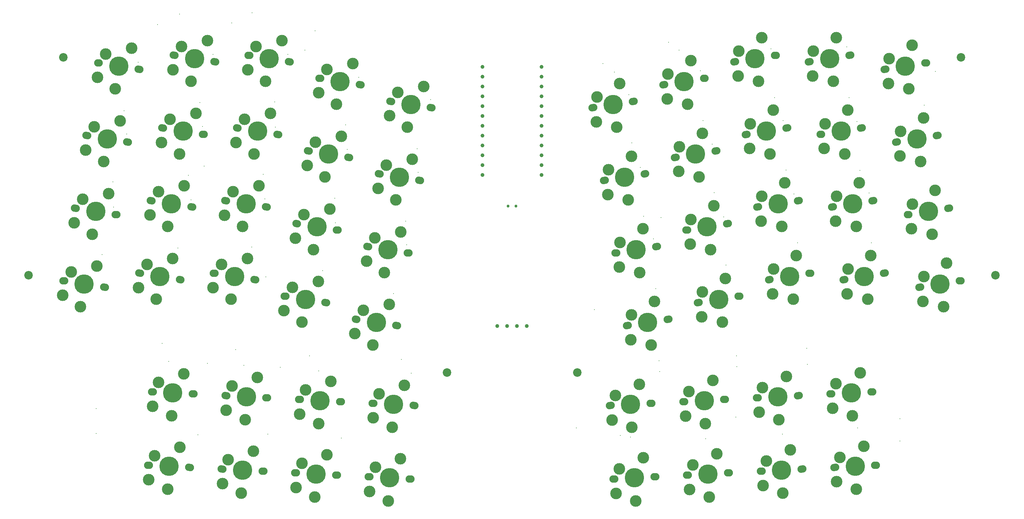
<source format=gbr>
%TF.GenerationSoftware,KiCad,Pcbnew,9.0.2-9.0.2-0~ubuntu24.04.1*%
%TF.CreationDate,2025-06-01T16:16:23+02:00*%
%TF.ProjectId,gandalf,67616e64-616c-4662-9e6b-696361645f70,v1.0.0*%
%TF.SameCoordinates,Original*%
%TF.FileFunction,Plated,1,2,PTH,Drill*%
%TF.FilePolarity,Positive*%
%FSLAX46Y46*%
G04 Gerber Fmt 4.6, Leading zero omitted, Abs format (unit mm)*
G04 Created by KiCad (PCBNEW 9.0.2-9.0.2-0~ubuntu24.04.1) date 2025-06-01 16:16:23*
%MOMM*%
%LPD*%
G01*
G04 APERTURE LIST*
%TA.AperFunction,ViaDrill*%
%ADD10C,0.300000*%
%TD*%
%TA.AperFunction,ComponentDrill*%
%ADD11C,0.750000*%
%TD*%
%TA.AperFunction,ComponentDrill*%
%ADD12C,1.000000*%
%TD*%
%TA.AperFunction,ComponentDrill*%
%ADD13C,1.900000*%
%TD*%
%TA.AperFunction,ComponentDrill*%
%ADD14C,2.200000*%
%TD*%
%TA.AperFunction,ComponentDrill*%
%ADD15C,3.000000*%
%TD*%
%TA.AperFunction,ComponentDrill*%
%ADD16C,5.000000*%
%TD*%
G04 APERTURE END LIST*
D10*
X86000000Y-142200000D03*
X86000000Y-148600000D03*
X87567038Y-102443739D03*
X90341753Y-83646372D03*
X90525801Y-90155297D03*
X93251437Y-65275369D03*
X93924420Y-71254256D03*
X96865387Y-52685714D03*
X101874155Y-42976412D03*
X103062465Y-125385129D03*
X104751881Y-129995756D03*
X107084003Y-100675088D03*
X107573294Y-40234192D03*
X109858718Y-81877721D03*
X110469125Y-88251684D03*
X112287237Y-148989206D03*
X112830972Y-63111644D03*
X113472672Y-69288069D03*
X113907410Y-79508601D03*
X114738177Y-130519115D03*
X116216101Y-50688244D03*
X120974572Y-42559240D03*
X122047549Y-126974621D03*
X124125296Y-131011074D03*
X126153133Y-100455453D03*
X126247351Y-39951986D03*
X129125386Y-81689379D03*
X129538258Y-88032051D03*
X129822705Y-108150937D03*
X130287237Y-148789208D03*
X132097642Y-62923298D03*
X132281690Y-69432223D03*
X133512414Y-131503029D03*
X135451480Y-50697431D03*
X139905063Y-49607395D03*
X141032636Y-128564116D03*
X142527650Y-44555462D03*
X143477775Y-132425845D03*
X144418619Y-106588315D03*
X147588416Y-87853518D03*
X147803744Y-94164907D03*
X149287237Y-149789206D03*
X150394418Y-68858618D03*
X150807289Y-75201292D03*
X153748257Y-56632750D03*
X162715398Y-112523630D03*
X164760548Y-129504644D03*
X165885189Y-93788839D03*
X166131813Y-99902691D03*
X167337435Y-133051426D03*
X168857442Y-75022762D03*
X169104064Y-81136614D03*
X172273853Y-62401820D03*
X209934922Y-147236892D03*
X214527593Y-116650229D03*
X216744048Y-53062441D03*
X219718766Y-55223704D03*
X221237359Y-149143599D03*
X223485474Y-61106893D03*
X223887238Y-149589206D03*
X224240038Y-73541950D03*
X226457729Y-79872972D03*
X227243576Y-92505566D03*
X229793770Y-98378938D03*
X230413371Y-111240357D03*
X231249503Y-129856988D03*
X231396042Y-132653152D03*
X231745838Y-92804942D03*
X233689344Y-47543670D03*
X236435240Y-49538680D03*
X241948499Y-54942747D03*
X242568097Y-67804168D03*
X243287237Y-149989207D03*
X244952043Y-73906366D03*
X245509065Y-86372709D03*
X247924297Y-92672441D03*
X248481319Y-105138786D03*
X251028772Y-144377904D03*
X251200491Y-128547222D03*
X251347030Y-131343386D03*
X260079023Y-49236254D03*
X261062411Y-61837560D03*
X263087237Y-148789208D03*
X263217530Y-67773505D03*
X264034666Y-80603639D03*
X266023534Y-86768409D03*
X267006922Y-99369716D03*
X269323216Y-126596080D03*
X269543023Y-130790323D03*
X279646908Y-48769413D03*
X280297791Y-61828373D03*
X282286661Y-67993142D03*
X282487237Y-147189205D03*
X283072509Y-80625735D03*
X285425167Y-86530396D03*
X286044763Y-99391814D03*
X293400000Y-144800000D03*
X293400000Y-150600000D03*
X299648504Y-63825844D03*
X302514034Y-55069775D03*
D11*
%TO.C,JST1*%
X192322071Y-89873309D03*
X194322071Y-89873309D03*
D12*
%TO.C,MCU1*%
X185702077Y-53925993D03*
X185702077Y-56465995D03*
X185702077Y-59005995D03*
X185702077Y-61545995D03*
X185702077Y-64085995D03*
X185702077Y-66625995D03*
X185702077Y-69165995D03*
X185702077Y-74245995D03*
X185702077Y-76785995D03*
X185702077Y-79325997D03*
X185702077Y-81865995D03*
X185702078Y-71705995D03*
%TO.C,DISP1*%
X189512074Y-120858148D03*
X192052074Y-120858150D03*
X194592074Y-120858150D03*
X197132074Y-120858148D03*
%TO.C,MCU1*%
X200942076Y-61545995D03*
X200942077Y-53925993D03*
X200942077Y-56465995D03*
X200942077Y-59005995D03*
X200942077Y-64085995D03*
X200942077Y-66625995D03*
X200942077Y-69165995D03*
X200942077Y-71705995D03*
X200942077Y-74245995D03*
X200942077Y-76785995D03*
X200942077Y-79325997D03*
X200942077Y-81865994D03*
D13*
%TO.C,S1*%
X77512603Y-109150193D03*
X77927432Y-109215897D03*
%TO.C,S2*%
X80484857Y-90384124D03*
X80899686Y-90449828D03*
%TO.C,S3*%
X83457111Y-71618045D03*
X83871940Y-71683749D03*
%TO.C,S4*%
X86429372Y-52851961D03*
X86844201Y-52917665D03*
%TO.C,S1*%
X87962344Y-110805269D03*
X88377173Y-110870973D03*
%TO.C,S2*%
X90934598Y-92039200D03*
X91349427Y-92104904D03*
%TO.C,S3*%
X93906852Y-73273121D03*
X94321681Y-73338825D03*
%TO.C,S4*%
X96879113Y-54507037D03*
%TO.C,S5*%
X97060858Y-107184011D03*
%TO.C,S4*%
X97293942Y-54572741D03*
%TO.C,S5*%
X97475687Y-107249715D03*
%TO.C,S41*%
X99317827Y-156826601D03*
X99737251Y-156848582D03*
%TO.C,S6*%
X100033114Y-88417924D03*
%TO.C,S42*%
X100312206Y-137852644D03*
%TO.C,S6*%
X100447943Y-88483628D03*
%TO.C,S42*%
X100731630Y-137874625D03*
%TO.C,S7*%
X103005366Y-69651851D03*
X103420195Y-69717555D03*
%TO.C,S8*%
X105977624Y-50885773D03*
X106392453Y-50951477D03*
%TO.C,S5*%
X107510599Y-108839087D03*
X107925428Y-108904791D03*
%TO.C,S41*%
X109883327Y-157380316D03*
X110302751Y-157402297D03*
%TO.C,S6*%
X110482855Y-90073000D03*
%TO.C,S42*%
X110877706Y-138406359D03*
%TO.C,S6*%
X110897684Y-90138704D03*
%TO.C,S42*%
X111297130Y-138428340D03*
%TO.C,S7*%
X113455107Y-71306927D03*
X113869936Y-71372631D03*
%TO.C,S9*%
X116296239Y-107193201D03*
%TO.C,S8*%
X116427365Y-52540849D03*
%TO.C,S9*%
X116711068Y-107258905D03*
%TO.C,S8*%
X116842194Y-52606553D03*
%TO.C,S43*%
X118291783Y-157820985D03*
X118711207Y-157842966D03*
%TO.C,S10*%
X119268496Y-88427127D03*
%TO.C,S44*%
X119286178Y-138847028D03*
%TO.C,S10*%
X119683325Y-88492831D03*
%TO.C,S44*%
X119705602Y-138869009D03*
%TO.C,S11*%
X122240746Y-69661043D03*
X122655575Y-69726747D03*
%TO.C,S12*%
X125212999Y-50894970D03*
X125627828Y-50960674D03*
%TO.C,S9*%
X126745980Y-108848277D03*
X127160809Y-108913981D03*
%TO.C,S43*%
X128857283Y-158374700D03*
X129276707Y-158396681D03*
%TO.C,S10*%
X129718237Y-90082203D03*
%TO.C,S44*%
X129851678Y-139400743D03*
%TO.C,S10*%
X130133066Y-90147907D03*
%TO.C,S44*%
X130271102Y-139422724D03*
%TO.C,S11*%
X132690487Y-71316119D03*
X133105316Y-71381823D03*
%TO.C,S13*%
X134593011Y-113128519D03*
X135007840Y-113194223D03*
%TO.C,S12*%
X135662740Y-52550046D03*
X136077569Y-52615750D03*
%TO.C,S45*%
X137265753Y-158815373D03*
%TO.C,S14*%
X137565269Y-94362447D03*
%TO.C,S45*%
X137685177Y-158837354D03*
%TO.C,S14*%
X137980098Y-94428151D03*
%TO.C,S46*%
X138260135Y-139841411D03*
X138679559Y-139863392D03*
%TO.C,S15*%
X140537524Y-75596364D03*
X140952353Y-75662068D03*
%TO.C,S16*%
X143509777Y-56830288D03*
X143924606Y-56895992D03*
%TO.C,S13*%
X145042752Y-114783595D03*
X145457581Y-114849299D03*
%TO.C,S45*%
X147831253Y-159369088D03*
%TO.C,S14*%
X148015010Y-96017523D03*
%TO.C,S45*%
X148250677Y-159391069D03*
%TO.C,S14*%
X148429839Y-96083227D03*
%TO.C,S46*%
X148825635Y-140395126D03*
X149245059Y-140417107D03*
%TO.C,S15*%
X150987265Y-77251440D03*
X151402094Y-77317144D03*
%TO.C,S17*%
X152889785Y-119063841D03*
X153304614Y-119129545D03*
%TO.C,S16*%
X153959518Y-58485364D03*
X154374347Y-58551068D03*
%TO.C,S18*%
X155862045Y-100297762D03*
%TO.C,S47*%
X156239711Y-159809750D03*
%TO.C,S18*%
X156276874Y-100363466D03*
%TO.C,S47*%
X156659135Y-159831731D03*
%TO.C,S48*%
X157234093Y-140835797D03*
X157653517Y-140857778D03*
%TO.C,S19*%
X158834299Y-81531682D03*
X159249128Y-81597386D03*
%TO.C,S20*%
X161806554Y-62765609D03*
X162221383Y-62831313D03*
%TO.C,S17*%
X163339526Y-120718917D03*
X163754355Y-120784621D03*
%TO.C,S18*%
X166311786Y-101952838D03*
X166726615Y-102018542D03*
%TO.C,S47*%
X166805211Y-160363465D03*
X167224635Y-160385446D03*
%TO.C,S48*%
X167799593Y-141389512D03*
X168219017Y-141411493D03*
%TO.C,S19*%
X169284040Y-83186758D03*
X169698869Y-83252462D03*
%TO.C,S20*%
X172256295Y-64420685D03*
X172671124Y-64486389D03*
%TO.C,S40*%
X213973028Y-64486382D03*
X214387858Y-64420679D03*
%TO.C,S39*%
X216945281Y-83252467D03*
X217360111Y-83186764D03*
%TO.C,S56*%
X218425137Y-141411484D03*
X218844561Y-141389503D03*
%TO.C,S55*%
X219419518Y-160385447D03*
X219838942Y-160363466D03*
%TO.C,S38*%
X219917535Y-102018539D03*
X220332365Y-101952836D03*
%TO.C,S37*%
X222889794Y-120784621D03*
X223304624Y-120718918D03*
%TO.C,S40*%
X224422770Y-62831307D03*
X224837600Y-62765604D03*
%TO.C,S39*%
X227395023Y-81597392D03*
X227809853Y-81531689D03*
%TO.C,S56*%
X228990637Y-140857769D03*
X229410061Y-140835788D03*
%TO.C,S55*%
X229985018Y-159831732D03*
%TO.C,S38*%
X230367277Y-100363464D03*
%TO.C,S55*%
X230404442Y-159809751D03*
%TO.C,S38*%
X230782107Y-100297761D03*
%TO.C,S36*%
X232269800Y-58551065D03*
X232684630Y-58485362D03*
%TO.C,S37*%
X233339536Y-119129546D03*
X233754366Y-119063843D03*
%TO.C,S35*%
X235242054Y-77317143D03*
X235656884Y-77251440D03*
%TO.C,S54*%
X237399093Y-140417109D03*
X237818517Y-140395128D03*
%TO.C,S34*%
X238214309Y-96083222D03*
%TO.C,S53*%
X238393478Y-159391067D03*
%TO.C,S34*%
X238629139Y-96017519D03*
%TO.C,S53*%
X238812902Y-159369086D03*
%TO.C,S33*%
X241186564Y-114849298D03*
X241601394Y-114783595D03*
%TO.C,S36*%
X242719542Y-56895990D03*
X243134372Y-56830287D03*
%TO.C,S35*%
X245691796Y-75662068D03*
X246106626Y-75596365D03*
%TO.C,S54*%
X247964593Y-139863394D03*
X248384017Y-139841413D03*
%TO.C,S34*%
X248664051Y-94428147D03*
%TO.C,S53*%
X248958978Y-158837352D03*
%TO.C,S34*%
X249078881Y-94362444D03*
%TO.C,S53*%
X249378402Y-158815371D03*
%TO.C,S32*%
X250566576Y-52615741D03*
X250981406Y-52550038D03*
%TO.C,S33*%
X251636306Y-113194223D03*
X252051136Y-113128520D03*
%TO.C,S31*%
X253538829Y-71381823D03*
X253953659Y-71316120D03*
%TO.C,S52*%
X256373058Y-139422721D03*
%TO.C,S30*%
X256511082Y-90147899D03*
%TO.C,S52*%
X256792482Y-139400740D03*
%TO.C,S30*%
X256925912Y-90082196D03*
%TO.C,S51*%
X257367433Y-158396687D03*
X257786857Y-158374706D03*
%TO.C,S29*%
X259483340Y-108913975D03*
X259898170Y-108848272D03*
%TO.C,S32*%
X261016318Y-50960666D03*
X261431148Y-50894963D03*
%TO.C,S31*%
X263988571Y-69726748D03*
X264403401Y-69661045D03*
%TO.C,S52*%
X266938558Y-138869006D03*
%TO.C,S30*%
X266960824Y-88492824D03*
%TO.C,S52*%
X267357982Y-138847025D03*
%TO.C,S30*%
X267375654Y-88427121D03*
%TO.C,S51*%
X267932933Y-157842972D03*
X268352357Y-157820991D03*
%TO.C,S28*%
X269801955Y-52606554D03*
%TO.C,S29*%
X269933082Y-107258900D03*
%TO.C,S28*%
X270216785Y-52540851D03*
%TO.C,S29*%
X270347912Y-107193197D03*
%TO.C,S27*%
X272774211Y-71372630D03*
X273189041Y-71306927D03*
%TO.C,S50*%
X275347015Y-138428338D03*
%TO.C,S26*%
X275746465Y-90138709D03*
%TO.C,S50*%
X275766439Y-138406357D03*
%TO.C,S26*%
X276161295Y-90073006D03*
%TO.C,S49*%
X276341404Y-157402303D03*
X276760828Y-157380322D03*
%TO.C,S25*%
X278718722Y-108904791D03*
X279133552Y-108839088D03*
%TO.C,S28*%
X280251697Y-50951479D03*
X280666527Y-50885776D03*
%TO.C,S27*%
X283223953Y-69717555D03*
X283638783Y-69651852D03*
%TO.C,S50*%
X285912515Y-137874623D03*
%TO.C,S26*%
X286196207Y-88483634D03*
%TO.C,S50*%
X286331939Y-137852642D03*
%TO.C,S26*%
X286611037Y-88417931D03*
%TO.C,S49*%
X286906904Y-156848588D03*
X287326328Y-156826607D03*
%TO.C,S25*%
X289168464Y-107249716D03*
%TO.C,S24*%
X289350207Y-54572739D03*
%TO.C,S25*%
X289583294Y-107184013D03*
%TO.C,S24*%
X289765037Y-54507036D03*
%TO.C,S23*%
X292322459Y-73338822D03*
X292737289Y-73273119D03*
%TO.C,S22*%
X295294721Y-92104902D03*
X295709551Y-92039199D03*
%TO.C,S21*%
X298266974Y-110870977D03*
X298681804Y-110805274D03*
%TO.C,S24*%
X299799949Y-52917664D03*
X300214779Y-52851961D03*
%TO.C,S23*%
X302772201Y-71683747D03*
X303187031Y-71618044D03*
%TO.C,S22*%
X305744463Y-90449827D03*
X306159293Y-90384124D03*
%TO.C,S21*%
X308716716Y-109215902D03*
X309131546Y-109150199D03*
D14*
%TO.C,H3*%
X68623409Y-107742294D03*
%TO.C,H1*%
X77540174Y-51444051D03*
%TO.C,H5*%
X176511493Y-132929800D03*
%TO.C,H6*%
X210132652Y-132929799D03*
%TO.C,H2*%
X309103977Y-51444049D03*
%TO.C,H4*%
X318020734Y-107742287D03*
D15*
%TO.C,S1*%
X77419817Y-112932242D03*
X79579139Y-106905839D03*
%TO.C,S2*%
X80392071Y-94166173D03*
%TO.C,S1*%
X82014103Y-115887328D03*
%TO.C,S2*%
X82551393Y-88139770D03*
%TO.C,S3*%
X83364325Y-75400094D03*
%TO.C,S2*%
X84986357Y-97121259D03*
%TO.C,S3*%
X85523647Y-69373691D03*
%TO.C,S1*%
X86248303Y-105390470D03*
%TO.C,S4*%
X86336586Y-56634010D03*
%TO.C,S3*%
X87958611Y-78355180D03*
%TO.C,S4*%
X88495908Y-50607607D03*
%TO.C,S2*%
X89220557Y-86624401D03*
%TO.C,S4*%
X90930872Y-59589096D03*
%TO.C,S3*%
X92192811Y-67858322D03*
%TO.C,S4*%
X95165072Y-49092238D03*
%TO.C,S5*%
X96968072Y-110966060D03*
X99127394Y-104939657D03*
%TO.C,S41*%
X99620881Y-160597631D03*
%TO.C,S6*%
X99940328Y-92199973D03*
%TO.C,S42*%
X100615260Y-141623674D03*
%TO.C,S41*%
X101138443Y-154378529D03*
%TO.C,S5*%
X101562358Y-113921146D03*
%TO.C,S6*%
X102099650Y-86173570D03*
%TO.C,S42*%
X102132822Y-135404572D03*
%TO.C,S7*%
X102912580Y-73433900D03*
%TO.C,S41*%
X104498890Y-163056295D03*
%TO.C,S6*%
X104534614Y-95155059D03*
%TO.C,S7*%
X105071902Y-67407497D03*
%TO.C,S42*%
X105493269Y-144082338D03*
%TO.C,S5*%
X105796558Y-103424288D03*
%TO.C,S8*%
X105884838Y-54667822D03*
%TO.C,S7*%
X107506866Y-76388986D03*
%TO.C,S41*%
X107612675Y-152174344D03*
%TO.C,S8*%
X108044160Y-48641419D03*
%TO.C,S42*%
X108607054Y-133200387D03*
%TO.C,S6*%
X108768814Y-84658201D03*
%TO.C,S8*%
X110479124Y-57622908D03*
%TO.C,S7*%
X111741066Y-65892128D03*
%TO.C,S8*%
X114713324Y-47126050D03*
%TO.C,S9*%
X116203453Y-110975250D03*
X118362775Y-104948847D03*
%TO.C,S43*%
X118594837Y-161592015D03*
%TO.C,S10*%
X119175710Y-92209176D03*
%TO.C,S44*%
X119589232Y-142618058D03*
%TO.C,S43*%
X120112399Y-155372913D03*
%TO.C,S9*%
X120797739Y-113930336D03*
%TO.C,S44*%
X121106794Y-136398956D03*
%TO.C,S10*%
X121335032Y-86182773D03*
%TO.C,S11*%
X122147960Y-73443092D03*
%TO.C,S43*%
X123472846Y-164050679D03*
%TO.C,S10*%
X123769996Y-95164262D03*
%TO.C,S11*%
X124307282Y-67416689D03*
%TO.C,S44*%
X124467241Y-145076722D03*
%TO.C,S9*%
X125031939Y-103433478D03*
%TO.C,S12*%
X125120213Y-54677019D03*
%TO.C,S43*%
X126586631Y-153168728D03*
%TO.C,S11*%
X126742246Y-76398178D03*
%TO.C,S12*%
X127279535Y-48650616D03*
%TO.C,S44*%
X127581026Y-134194771D03*
%TO.C,S10*%
X128004196Y-84667404D03*
%TO.C,S12*%
X129714499Y-57632105D03*
%TO.C,S11*%
X130976446Y-65901320D03*
%TO.C,S12*%
X133948699Y-47135247D03*
%TO.C,S13*%
X134500225Y-116910568D03*
X136659547Y-110884165D03*
%TO.C,S14*%
X137472483Y-98144496D03*
%TO.C,S45*%
X137568807Y-162586403D03*
%TO.C,S46*%
X138563189Y-143612441D03*
%TO.C,S45*%
X139086369Y-156367301D03*
%TO.C,S13*%
X139094511Y-119865654D03*
%TO.C,S14*%
X139631805Y-92118093D03*
%TO.C,S46*%
X140080751Y-137393339D03*
%TO.C,S15*%
X140444738Y-79378413D03*
%TO.C,S14*%
X142066769Y-101099582D03*
%TO.C,S45*%
X142446816Y-165045067D03*
%TO.C,S15*%
X142604060Y-73352010D03*
%TO.C,S13*%
X143328711Y-109368796D03*
%TO.C,S16*%
X143416991Y-60612337D03*
%TO.C,S46*%
X143441198Y-146071105D03*
%TO.C,S15*%
X145039024Y-82333499D03*
%TO.C,S45*%
X145560601Y-154163116D03*
%TO.C,S16*%
X145576313Y-54585934D03*
%TO.C,S14*%
X146300969Y-90602724D03*
%TO.C,S46*%
X146554983Y-135189154D03*
%TO.C,S16*%
X148011277Y-63567423D03*
%TO.C,S15*%
X149273224Y-71836641D03*
%TO.C,S16*%
X152245477Y-53070565D03*
%TO.C,S17*%
X152796999Y-122845890D03*
X154956321Y-116819487D03*
%TO.C,S18*%
X155769259Y-104079811D03*
%TO.C,S47*%
X156542765Y-163580780D03*
%TO.C,S17*%
X157391285Y-125800976D03*
%TO.C,S48*%
X157537147Y-144606827D03*
%TO.C,S18*%
X157928581Y-98053408D03*
%TO.C,S47*%
X158060327Y-157361678D03*
%TO.C,S19*%
X158741513Y-85313731D03*
%TO.C,S48*%
X159054709Y-138387725D03*
%TO.C,S18*%
X160363545Y-107034897D03*
%TO.C,S19*%
X160900835Y-79287328D03*
%TO.C,S47*%
X161420774Y-166039444D03*
%TO.C,S17*%
X161625485Y-115304118D03*
%TO.C,S20*%
X161713768Y-66547658D03*
%TO.C,S48*%
X162415156Y-147065491D03*
%TO.C,S19*%
X163335799Y-88268817D03*
%TO.C,S20*%
X163873090Y-60521255D03*
%TO.C,S47*%
X164534559Y-155157493D03*
%TO.C,S18*%
X164597745Y-96538039D03*
%TO.C,S48*%
X165528941Y-136183540D03*
%TO.C,S20*%
X166308054Y-69502744D03*
%TO.C,S19*%
X167569999Y-77771959D03*
%TO.C,S20*%
X170542254Y-59005886D03*
%TO.C,S40*%
X215053502Y-68111997D03*
X215244878Y-61713280D03*
%TO.C,S39*%
X218025755Y-86878082D03*
X218217131Y-80479365D03*
%TO.C,S56*%
X219120711Y-145130176D03*
X219979887Y-138786517D03*
%TO.C,S55*%
X220115092Y-164104139D03*
%TO.C,S40*%
X220336100Y-69502738D03*
%TO.C,S55*%
X220974268Y-157760480D03*
%TO.C,S38*%
X220998009Y-105644154D03*
%TO.C,S40*%
X221119356Y-58211192D03*
%TO.C,S38*%
X221189385Y-99245437D03*
%TO.C,S39*%
X223308353Y-88268823D03*
%TO.C,S37*%
X223970268Y-124410236D03*
%TO.C,S39*%
X224091609Y-76977277D03*
%TO.C,S37*%
X224161644Y-118011519D03*
%TO.C,S56*%
X224228999Y-147065478D03*
%TO.C,S55*%
X225223380Y-166039441D03*
%TO.C,S56*%
X226188252Y-135917664D03*
%TO.C,S38*%
X226280607Y-107034895D03*
X227063863Y-95743349D03*
%TO.C,S55*%
X227182633Y-154891627D03*
%TO.C,S37*%
X229252866Y-125800977D03*
X230036122Y-114509431D03*
%TO.C,S36*%
X233350274Y-62176680D03*
X233541650Y-55777963D03*
%TO.C,S35*%
X236322528Y-80942758D03*
X236513904Y-74544041D03*
%TO.C,S54*%
X238094667Y-144135801D03*
%TO.C,S36*%
X238632872Y-63567421D03*
%TO.C,S54*%
X238953843Y-137792142D03*
%TO.C,S53*%
X239089052Y-163109759D03*
%TO.C,S34*%
X239294783Y-99708837D03*
%TO.C,S36*%
X239416128Y-52275875D03*
%TO.C,S34*%
X239486159Y-93310120D03*
%TO.C,S53*%
X239948228Y-156766100D03*
%TO.C,S35*%
X241605126Y-82333499D03*
%TO.C,S33*%
X242267038Y-118474913D03*
%TO.C,S35*%
X242388382Y-71041953D03*
%TO.C,S33*%
X242458414Y-112076196D03*
%TO.C,S54*%
X243202955Y-146071103D03*
%TO.C,S53*%
X244197340Y-165045061D03*
%TO.C,S34*%
X244577381Y-101099578D03*
%TO.C,S54*%
X245162208Y-134923289D03*
%TO.C,S34*%
X245360637Y-89808032D03*
%TO.C,S53*%
X246156593Y-153897247D03*
%TO.C,S33*%
X247549636Y-119865654D03*
X248332892Y-108574108D03*
%TO.C,S32*%
X251647050Y-56241356D03*
X251838426Y-49842639D03*
%TO.C,S31*%
X254619303Y-75007438D03*
X254810679Y-68608721D03*
%TO.C,S32*%
X256929648Y-57632097D03*
%TO.C,S52*%
X257068632Y-143141413D03*
%TO.C,S30*%
X257591556Y-93773514D03*
%TO.C,S32*%
X257712904Y-46340551D03*
%TO.C,S30*%
X257782932Y-87374797D03*
%TO.C,S52*%
X257927808Y-136797754D03*
%TO.C,S51*%
X258063007Y-162115379D03*
X258922183Y-155771720D03*
%TO.C,S31*%
X259901901Y-76398179D03*
%TO.C,S29*%
X260563814Y-112539590D03*
%TO.C,S31*%
X260685157Y-65106633D03*
%TO.C,S29*%
X260755190Y-106140873D03*
%TO.C,S52*%
X262176920Y-145076715D03*
%TO.C,S30*%
X262874154Y-95164255D03*
%TO.C,S51*%
X263171295Y-164050681D03*
%TO.C,S30*%
X263657410Y-83872709D03*
%TO.C,S52*%
X264136173Y-133928901D03*
%TO.C,S51*%
X265130548Y-152902867D03*
%TO.C,S29*%
X265846412Y-113930331D03*
X266629668Y-102638785D03*
%TO.C,S28*%
X270882429Y-56232169D03*
X271073805Y-49833452D03*
%TO.C,S27*%
X273854685Y-74998245D03*
X274046061Y-68599528D03*
%TO.C,S50*%
X276042589Y-142147030D03*
%TO.C,S28*%
X276165027Y-57622910D03*
%TO.C,S26*%
X276826939Y-93764324D03*
%TO.C,S50*%
X276901765Y-135803371D03*
%TO.C,S28*%
X276948283Y-46331364D03*
%TO.C,S26*%
X277018315Y-87365607D03*
%TO.C,S49*%
X277036978Y-161120995D03*
X277896154Y-154777336D03*
%TO.C,S27*%
X279137283Y-76388986D03*
%TO.C,S25*%
X279799196Y-112530406D03*
%TO.C,S27*%
X279920539Y-65097440D03*
%TO.C,S25*%
X279990572Y-106131689D03*
%TO.C,S50*%
X281150877Y-144082332D03*
%TO.C,S26*%
X282109537Y-95155065D03*
%TO.C,S49*%
X282145266Y-163056297D03*
%TO.C,S26*%
X282892793Y-83863519D03*
%TO.C,S50*%
X283110130Y-132934518D03*
%TO.C,S49*%
X284104519Y-151908483D03*
%TO.C,S25*%
X285081794Y-113921147D03*
X285865050Y-102629601D03*
%TO.C,S24*%
X290430681Y-58198354D03*
X290622057Y-51799637D03*
%TO.C,S23*%
X293402933Y-76964437D03*
X293594309Y-70565720D03*
%TO.C,S24*%
X295713279Y-59589095D03*
%TO.C,S22*%
X296375195Y-95730517D03*
%TO.C,S24*%
X296496535Y-48297549D03*
%TO.C,S22*%
X296566571Y-89331800D03*
%TO.C,S23*%
X298685531Y-78355178D03*
%TO.C,S21*%
X299347448Y-114496592D03*
%TO.C,S23*%
X299468787Y-67063632D03*
%TO.C,S21*%
X299538824Y-108097875D03*
%TO.C,S22*%
X301657793Y-97121258D03*
X302441049Y-85829712D03*
%TO.C,S21*%
X304630046Y-115887333D03*
X305413302Y-104595787D03*
D16*
%TO.C,S1*%
X82944888Y-110010583D03*
%TO.C,S2*%
X85917142Y-91244514D03*
%TO.C,S3*%
X88889396Y-72478435D03*
%TO.C,S4*%
X91861657Y-53712351D03*
%TO.C,S5*%
X102493143Y-108044401D03*
%TO.C,S41*%
X104810289Y-157114449D03*
%TO.C,S6*%
X105465399Y-89278314D03*
%TO.C,S42*%
X105804668Y-138140492D03*
%TO.C,S7*%
X108437651Y-70512241D03*
%TO.C,S8*%
X111409909Y-51746163D03*
%TO.C,S9*%
X121728524Y-108053591D03*
%TO.C,S43*%
X123784245Y-158108833D03*
%TO.C,S10*%
X124700781Y-89287517D03*
%TO.C,S44*%
X124778640Y-139134876D03*
%TO.C,S11*%
X127673031Y-70521433D03*
%TO.C,S12*%
X130645284Y-51755360D03*
%TO.C,S13*%
X140025296Y-113988909D03*
%TO.C,S45*%
X142758215Y-159103221D03*
%TO.C,S14*%
X142997554Y-95222837D03*
%TO.C,S46*%
X143752597Y-140129259D03*
%TO.C,S15*%
X145969809Y-76456754D03*
%TO.C,S16*%
X148942062Y-57690678D03*
%TO.C,S17*%
X158322070Y-119924231D03*
%TO.C,S18*%
X161294330Y-101158152D03*
%TO.C,S47*%
X161732173Y-160097598D03*
%TO.C,S48*%
X162726555Y-141123645D03*
%TO.C,S19*%
X164266584Y-82392072D03*
%TO.C,S20*%
X167238839Y-63625999D03*
%TO.C,S40*%
X219405314Y-63625993D03*
%TO.C,S39*%
X222377567Y-82392078D03*
%TO.C,S56*%
X223917599Y-141123636D03*
%TO.C,S55*%
X224911980Y-160097599D03*
%TO.C,S38*%
X225349821Y-101158150D03*
%TO.C,S37*%
X228322080Y-119924232D03*
%TO.C,S36*%
X237702086Y-57690676D03*
%TO.C,S35*%
X240674340Y-76456754D03*
%TO.C,S54*%
X242891555Y-140129261D03*
%TO.C,S34*%
X243646595Y-95222833D03*
%TO.C,S53*%
X243885940Y-159103219D03*
%TO.C,S33*%
X246618850Y-113988909D03*
%TO.C,S32*%
X255998862Y-51755352D03*
%TO.C,S31*%
X258971115Y-70521434D03*
%TO.C,S52*%
X261865520Y-139134873D03*
%TO.C,S30*%
X261943368Y-89287510D03*
%TO.C,S51*%
X262859895Y-158108839D03*
%TO.C,S29*%
X264915626Y-108053586D03*
%TO.C,S28*%
X275234241Y-51746165D03*
%TO.C,S27*%
X278206497Y-70512241D03*
%TO.C,S50*%
X280839477Y-138140490D03*
%TO.C,S26*%
X281178751Y-89278320D03*
%TO.C,S49*%
X281833866Y-157114455D03*
%TO.C,S25*%
X284151008Y-108044402D03*
%TO.C,S24*%
X294782493Y-53712350D03*
%TO.C,S23*%
X297754745Y-72478433D03*
%TO.C,S22*%
X300727007Y-91244513D03*
%TO.C,S21*%
X303699260Y-110010588D03*
M02*

</source>
